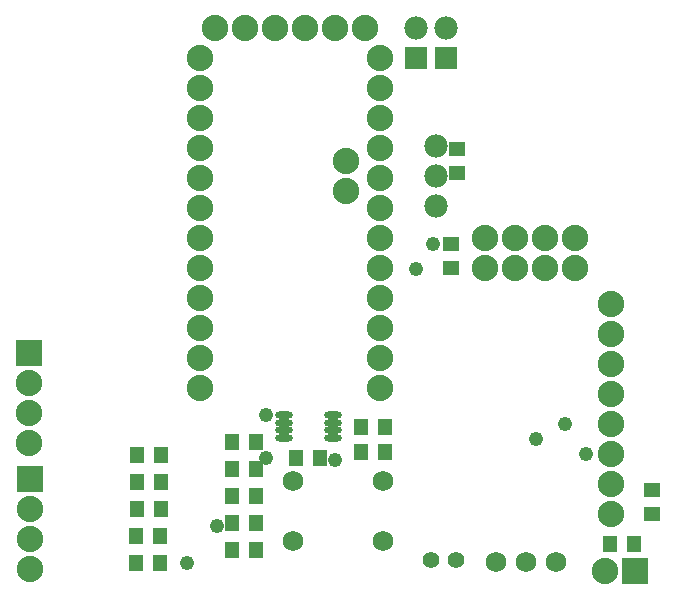
<source format=gts>
G04 Layer_Color=8388736*
%FSLAX25Y25*%
%MOIN*%
G70*
G01*
G75*
%ADD30R,0.05800X0.04800*%
%ADD31R,0.04800X0.05800*%
%ADD32O,0.05918X0.02375*%
%ADD33C,0.07800*%
%ADD34R,0.07800X0.07800*%
%ADD35C,0.08800*%
%ADD36R,0.08800X0.08800*%
%ADD37R,0.08800X0.08800*%
%ADD38C,0.06800*%
%ADD39C,0.05524*%
%ADD40C,0.04800*%
D30*
X214000Y33000D02*
D03*
Y25000D02*
D03*
X147000Y107000D02*
D03*
Y115000D02*
D03*
X149000Y146500D02*
D03*
Y138500D02*
D03*
D31*
X74000Y13000D02*
D03*
X82000D02*
D03*
X74000Y22000D02*
D03*
X82000D02*
D03*
Y49000D02*
D03*
X74000D02*
D03*
X82000Y40000D02*
D03*
X74000D02*
D03*
X50200Y8500D02*
D03*
X42200D02*
D03*
X50200Y17500D02*
D03*
X42200D02*
D03*
X50250Y26500D02*
D03*
X42250D02*
D03*
X50250Y35500D02*
D03*
X42250D02*
D03*
X50250Y44500D02*
D03*
X42250D02*
D03*
X208000Y15000D02*
D03*
X200000D02*
D03*
X74000Y31000D02*
D03*
X82000D02*
D03*
X95500Y43500D02*
D03*
X103500D02*
D03*
X125000Y45500D02*
D03*
X117000D02*
D03*
X125000Y54000D02*
D03*
X117000D02*
D03*
D32*
X107768Y50161D02*
D03*
Y52720D02*
D03*
Y55279D02*
D03*
Y57839D02*
D03*
X91232Y50161D02*
D03*
Y52720D02*
D03*
Y55279D02*
D03*
Y57839D02*
D03*
D33*
X142000Y127500D02*
D03*
Y137500D02*
D03*
Y147500D02*
D03*
X145500Y187000D02*
D03*
X135500D02*
D03*
D34*
X145500Y177000D02*
D03*
X135500D02*
D03*
D35*
X6500Y58500D02*
D03*
X6500Y68500D02*
D03*
X6500Y48500D02*
D03*
X6650Y6450D02*
D03*
X6650Y26450D02*
D03*
X6650Y16450D02*
D03*
X198500Y6000D02*
D03*
X63500Y177000D02*
D03*
Y167000D02*
D03*
Y157000D02*
D03*
Y147000D02*
D03*
Y137000D02*
D03*
Y127000D02*
D03*
Y117000D02*
D03*
Y107000D02*
D03*
Y97000D02*
D03*
Y87000D02*
D03*
Y77000D02*
D03*
Y67000D02*
D03*
X123500Y177000D02*
D03*
Y167000D02*
D03*
Y157000D02*
D03*
Y147000D02*
D03*
Y137000D02*
D03*
Y127000D02*
D03*
Y117000D02*
D03*
Y107000D02*
D03*
Y97000D02*
D03*
Y87000D02*
D03*
Y77000D02*
D03*
Y67000D02*
D03*
X112000Y142500D02*
D03*
Y132500D02*
D03*
X68500Y187000D02*
D03*
X78500D02*
D03*
X88500D02*
D03*
X98500D02*
D03*
X108500D02*
D03*
X118500D02*
D03*
X158500Y107000D02*
D03*
X168500D02*
D03*
X178500D02*
D03*
X188500D02*
D03*
Y117000D02*
D03*
X178500D02*
D03*
X168500D02*
D03*
X158500D02*
D03*
X200500Y25000D02*
D03*
Y35000D02*
D03*
Y45000D02*
D03*
Y55000D02*
D03*
Y65000D02*
D03*
Y75000D02*
D03*
Y85000D02*
D03*
Y95000D02*
D03*
D36*
X6500Y78500D02*
D03*
X6650Y36450D02*
D03*
D37*
X208500Y6000D02*
D03*
D38*
X124500Y36000D02*
D03*
X94500D02*
D03*
X124500Y16000D02*
D03*
X94500D02*
D03*
X162000Y9000D02*
D03*
X172000D02*
D03*
X182000D02*
D03*
D39*
X148768Y9500D02*
D03*
X140500D02*
D03*
D40*
X85500Y43500D02*
D03*
X85339Y57839D02*
D03*
X185000Y55000D02*
D03*
X192000Y45000D02*
D03*
X50200Y17500D02*
D03*
X59200Y8500D02*
D03*
X69000Y21000D02*
D03*
X141000Y115000D02*
D03*
X108500Y43000D02*
D03*
X175500Y49750D02*
D03*
X135500Y106500D02*
D03*
M02*

</source>
